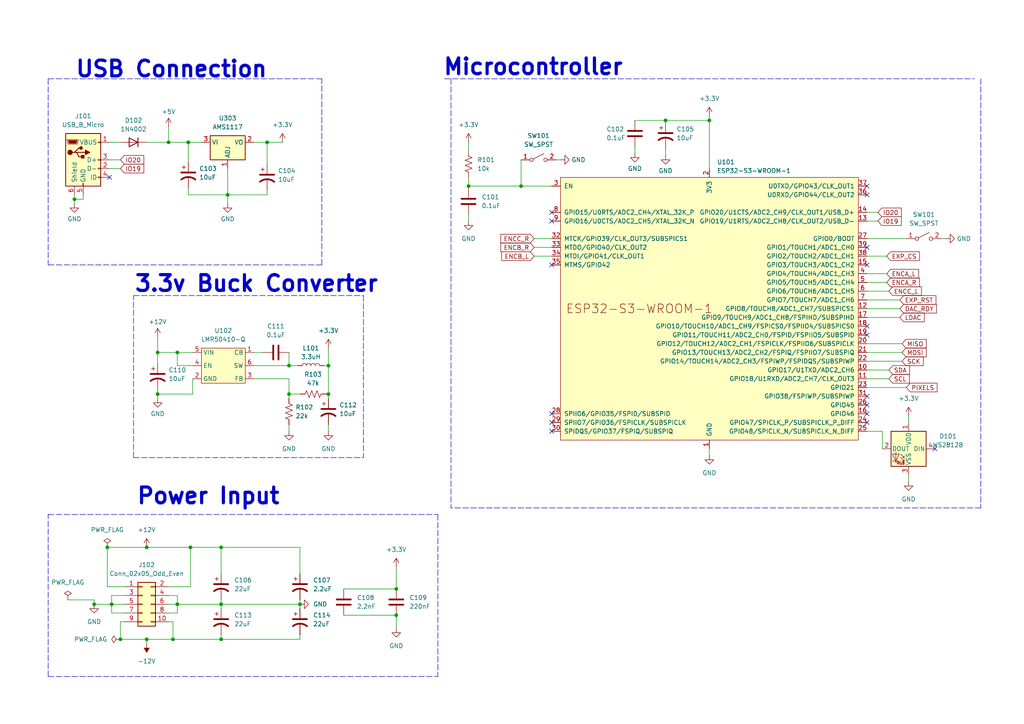
<source format=kicad_sch>
(kicad_sch (version 20230121) (generator eeschema)
  (paper "A4")
  (lib_symbols
    (symbol "Connector:USB_B_Micro" (pin_names (offset 1.016))
      (property "Reference" "J" (at -5.08 11.43 0))
      (property "Value" "USB_B_Micro" (at -5.08 8.89 0))
      (symbol "USB_B_Micro_0_1"
        (rectangle (start -5.08 -7.62) (end 5.08 7.62) (stroke (width 0.254)) (fill (type background)))
        (circle (center -3.81 2.159) (radius 0.635) (stroke (width 0.254)) (fill (type outline)))
        (circle (center -0.635 3.429) (radius 0.381) (stroke (width 0.254)) (fill (type outline)))
        (rectangle (start -0.127 -7.62) (end 0.127 -6.858))
        (polyline (pts (xy -1.905 2.159) (xy 0.635 2.159)) (stroke (width 0.254)))
        (polyline (pts (xy -3.175 2.159) (xy -2.54 2.159) (xy -1.27 3.429) (xy -0.635 3.429)) (stroke (width 0.254)))
        (polyline (pts (xy -2.54 2.159) (xy -1.905 2.159) (xy -1.27 0.889) (xy 0 0.889)) (stroke (width 0.254)))
        (polyline (pts (xy 0.635 2.794) (xy 0.635 1.524) (xy 1.905 2.159) (xy 0.635 2.794)) (stroke (width 0.254)) (fill (type outline)))
        (polyline (pts (xy -4.318 5.588) (xy -1.778 5.588) (xy -2.032 4.826) (xy -4.064 4.826) (xy -4.318 5.588)) (fill (type outline)))
        (polyline (pts (xy -4.699 5.842) (xy -4.699 5.588) (xy -4.445 4.826) (xy -4.445 4.572) (xy -1.651 4.572) (xy -1.651 4.826) (xy -1.397 5.588) (xy -1.397 5.842) (xy -4.699 5.842)))
        (rectangle (start 0.254 1.27) (end -0.508 0.508) (stroke (width 0.254)) (fill (type outline)))
        (rectangle (start 5.08 -5.207) (end 4.318 -4.953))
        (rectangle (start 5.08 -2.667) (end 4.318 -2.413))
        (rectangle (start 5.08 -0.127) (end 4.318 0.127))
        (rectangle (start 5.08 4.953) (end 4.318 5.207))
      )
      (symbol "USB_B_Micro_1_1"
        (pin power_out line (at 7.62 5.08 180) (length 2.54) (name "VBUS") (number "1"))
        (pin bidirectional line (at 7.62 -2.54 180) (length 2.54) (name "D-") (number "2"))
        (pin bidirectional line (at 7.62 0 180) (length 2.54) (name "D+") (number "3"))
        (pin passive line (at 7.62 -5.08 180) (length 2.54) (name "ID") (number "4"))
        (pin power_out line (at 0 -10.16 90) (length 2.54) (name "GND") (number "5"))
        (pin passive line (at -2.54 -10.16 90) (length 2.54) (name "Shield") (number "6"))
      )
    )
    (symbol "Connector_Generic:Conn_02x05_Odd_Even" (pin_names (offset 1.016) hide)
      (property "Reference" "J" (at 1.27 7.62 0))
      (property "Value" "Conn_02x05_Odd_Even" (at 1.27 -7.62 0))
      (symbol "Conn_02x05_Odd_Even_1_1"
        (rectangle (start -1.27 -4.953) (end 0 -5.207) (stroke (width 0.1524)))
        (rectangle (start -1.27 -2.413) (end 0 -2.667) (stroke (width 0.1524)))
        (rectangle (start -1.27 0.127) (end 0 -0.127) (stroke (width 0.1524)))
        (rectangle (start -1.27 2.667) (end 0 2.413) (stroke (width 0.1524)))
        (rectangle (start -1.27 5.207) (end 0 4.953) (stroke (width 0.1524)))
        (rectangle (start -1.27 6.35) (end 3.81 -6.35) (stroke (width 0.254)) (fill (type background)))
        (rectangle (start 3.81 -4.953) (end 2.54 -5.207) (stroke (width 0.1524)))
        (rectangle (start 3.81 -2.413) (end 2.54 -2.667) (stroke (width 0.1524)))
        (rectangle (start 3.81 0.127) (end 2.54 -0.127) (stroke (width 0.1524)))
        (rectangle (start 3.81 2.667) (end 2.54 2.413) (stroke (width 0.1524)))
        (rectangle (start 3.81 5.207) (end 2.54 4.953) (stroke (width 0.1524)))
        (pin passive line (at -5.08 5.08 0) (length 3.81) (name "Pin_1") (number "1"))
        (pin passive line (at 7.62 -5.08 180) (length 3.81) (name "Pin_10") (number "10"))
        (pin passive line (at 7.62 5.08 180) (length 3.81) (name "Pin_2") (number "2"))
        (pin passive line (at -5.08 2.54 0) (length 3.81) (name "Pin_3") (number "3"))
        (pin passive line (at 7.62 2.54 180) (length 3.81) (name "Pin_4") (number "4"))
        (pin passive line (at -5.08 0 0) (length 3.81) (name "Pin_5") (number "5"))
        (pin passive line (at 7.62 0 180) (length 3.81) (name "Pin_6") (number "6"))
        (pin passive line (at -5.08 -2.54 0) (length 3.81) (name "Pin_7") (number "7"))
        (pin passive line (at 7.62 -2.54 180) (length 3.81) (name "Pin_8") (number "8"))
        (pin passive line (at -5.08 -5.08 0) (length 3.81) (name "Pin_9") (number "9"))
      )
    )
    (symbol "Device:C" (pin_numbers hide) (pin_names (offset 0.254))
      (property "Reference" "C" (at 0.635 2.54 0))
      (property "Value" "C" (at 0.635 -2.54 0))
      (symbol "C_0_1"
        (polyline (pts (xy -2.032 -0.762) (xy 2.032 -0.762)) (stroke (width 0.508)))
        (polyline (pts (xy -2.032 0.762) (xy 2.032 0.762)) (stroke (width 0.508)))
      )
      (symbol "C_1_1"
        (pin passive line (at 0 3.81 270) (length 2.794) (name "~") (number "1"))
        (pin passive line (at 0 -3.81 90) (length 2.794) (name "~") (number "2"))
      )
    )
    (symbol "Device:C_Polarized_US" (pin_numbers hide) (pin_names (offset 0.254) hide)
      (property "Reference" "C" (at 0.635 2.54 0))
      (property "Value" "C_Polarized_US" (at 0.635 -2.54 0))
      (symbol "C_Polarized_US_0_1"
        (polyline (pts (xy -2.032 0.762) (xy 2.032 0.762)) (stroke (width 0.508)))
        (polyline (pts (xy -1.778 2.286) (xy -0.762 2.286)))
        (polyline (pts (xy -1.27 1.778) (xy -1.27 2.794)))
        (arc (start 2.032 -1.27) (mid 0 -0.5572) (end -2.032 -1.27) (stroke (width 0.508)))
      )
      (symbol "C_Polarized_US_1_1"
        (pin passive line (at 0 3.81 270) (length 2.794) (name "~") (number "1"))
        (pin passive line (at 0 -3.81 90) (length 3.302) (name "~") (number "2"))
      )
    )
    (symbol "Device:L" (pin_numbers hide) (pin_names (offset 1.016) hide)
      (property "Reference" "L" (at -1.27 0 90))
      (property "Value" "L" (at 1.905 0 90))
      (symbol "L_0_1"
        (arc (start 0 -2.54) (mid 0.6323 -1.905) (end 0 -1.27))
        (arc (start 0 -1.27) (mid 0.6323 -0.635) (end 0 0))
        (arc (start 0 0) (mid 0.6323 0.635) (end 0 1.27))
        (arc (start 0 1.27) (mid 0.6323 1.905) (end 0 2.54))
      )
      (symbol "L_1_1"
        (pin passive line (at 0 3.81 270) (length 1.27) (name "1") (number "1"))
        (pin passive line (at 0 -3.81 90) (length 1.27) (name "2") (number "2"))
      )
    )
    (symbol "Device:R_US" (pin_numbers hide) (pin_names (offset 0))
      (property "Reference" "R" (at 2.54 0 90))
      (property "Value" "R_US" (at -2.54 0 90))
      (symbol "R_US_0_1"
        (polyline (pts (xy 0 -2.286) (xy 0 -2.54)))
        (polyline (pts (xy 0 2.286) (xy 0 2.54)))
        (polyline (pts (xy 0 -0.762) (xy 1.016 -1.143) (xy 0 -1.524) (xy -1.016 -1.905) (xy 0 -2.286)))
        (polyline (pts (xy 0 0.762) (xy 1.016 0.381) (xy 0 0) (xy -1.016 -0.381) (xy 0 -0.762)))
        (polyline (pts (xy 0 2.286) (xy 1.016 1.905) (xy 0 1.524) (xy -1.016 1.143) (xy 0 0.762)))
      )
      (symbol "R_US_1_1"
        (pin passive line (at 0 3.81 270) (length 1.27) (name "~") (number "1"))
        (pin passive line (at 0 -3.81 90) (length 1.27) (name "~") (number "2"))
      )
    )
    (symbol "Diode:1N4002" (pin_numbers hide) (pin_names hide)
      (property "Reference" "D" (at 0 2.54 0))
      (property "Value" "1N4002" (at 0 -2.54 0))
      (symbol "1N4002_0_1"
        (polyline (pts (xy -1.27 1.27) (xy -1.27 -1.27)) (stroke (width 0.254)))
        (polyline (pts (xy 1.27 0) (xy -1.27 0)))
        (polyline (pts (xy 1.27 1.27) (xy 1.27 -1.27) (xy -1.27 0) (xy 1.27 1.27)) (stroke (width 0.254)))
      )
      (symbol "1N4002_1_1"
        (pin passive line (at -3.81 0 0) (length 2.54) (name "K") (number "1"))
        (pin passive line (at 3.81 0 180) (length 2.54) (name "A") (number "2"))
      )
    )
    (symbol "LED:WS2812B" (pin_names (offset 0.254))
      (property "Reference" "D" (at 5.08 5.715 0))
      (property "Value" "WS2812B" (at 1.27 -5.715 0))
      (symbol "WS2812B_0_0"
        (text "RGB" (at 2.286 -4.191 0) (effects (font (size 0.762 0.762))))
      )
      (symbol "WS2812B_0_1"
        (polyline (pts (xy 1.27 -3.556) (xy 1.778 -3.556)))
        (polyline (pts (xy 1.27 -2.54) (xy 1.778 -2.54)))
        (polyline (pts (xy 4.699 -3.556) (xy 2.667 -3.556)))
        (polyline (pts (xy 2.286 -2.54) (xy 1.27 -3.556) (xy 1.27 -3.048)))
        (polyline (pts (xy 2.286 -1.524) (xy 1.27 -2.54) (xy 1.27 -2.032)))
        (polyline (pts (xy 3.683 -1.016) (xy 3.683 -3.556) (xy 3.683 -4.064)))
        (polyline (pts (xy 4.699 -1.524) (xy 2.667 -1.524) (xy 3.683 -3.556) (xy 4.699 -1.524)))
        (rectangle (start 5.08 5.08) (end -5.08 -5.08) (stroke (width 0.254)) (fill (type background)))
      )
      (symbol "WS2812B_1_1"
        (pin power_in line (at 0 7.62 270) (length 2.54) (name "VDD") (number "1"))
        (pin output line (at 7.62 0 180) (length 2.54) (name "DOUT") (number "2"))
        (pin power_in line (at 0 -7.62 90) (length 2.54) (name "VSS") (number "3"))
        (pin input line (at -7.62 0 0) (length 2.54) (name "DIN") (number "4"))
      )
    )
    (symbol "PCM_4ms_Power-symbol:+12V" (power) (pin_names (offset 0))
      (property "Value" "+12V" (at 0 3.556 0))
      (symbol "+12V_0_1"
        (polyline (pts (xy -0.762 1.27) (xy 0 2.54)))
        (polyline (pts (xy 0 0) (xy 0 2.54)))
        (polyline (pts (xy 0 2.54) (xy 0.762 1.27)))
      )
      (symbol "+12V_1_1"
        (pin power_in line (at 0 0 90) (length 0) hide (name "+12V") (number "1"))
      )
    )
    (symbol "PCM_4ms_Power-symbol:PWR_FLAG" (power) (pin_numbers hide) (pin_names (offset 0) hide)
      (property "Value" "PWR_FLAG" (at 0 3.81 0))
      (symbol "PWR_FLAG_0_0"
        (pin power_out line (at 0 0 90) (length 0) (name "pwr") (number "1"))
      )
      (symbol "PWR_FLAG_0_1"
        (polyline (pts (xy 0 0) (xy 0 1.27) (xy -1.016 1.905) (xy 0 2.54) (xy 1.016 1.905) (xy 0 1.27)))
      )
    )
    (symbol "PCM_Espressif:ESP32-S3-WROOM-1" (pin_names (offset 1.016))
      (property "Reference" "U" (at -43.18 43.18 0))
      (property "Value" "ESP32-S3-WROOM-1" (at -43.18 40.64 0))
      (symbol "ESP32-S3-WROOM-1_0_0"
        (text "ESP32-S3-WROOM-1" (at -20.32 0 0) (effects (font (size 2.54 2.54))))
        (pin power_in line (at 0 -40.64 90) (length 2.54) (name "GND") (number "1"))
        (pin bidirectional line (at 45.72 -17.78 180) (length 2.54) (name "GPIO17/U1TXD/ADC2_CH6") (number "10"))
        (pin bidirectional line (at 45.72 -20.32 180) (length 2.54) (name "GPIO18/U1RXD/ADC2_CH7/CLK_OUT3") (number "11"))
        (pin bidirectional line (at 45.72 0 180) (length 2.54) (name "GPIO8/TOUCH8/ADC1_CH7/SUBSPICS1") (number "12"))
        (pin bidirectional line (at 45.72 25.4 180) (length 2.54) (name "GPIO19/U1RTS/ADC2_CH8/CLK_OUT2/USB_D-") (number "13"))
        (pin bidirectional line (at 45.72 27.94 180) (length 2.54) (name "GPIO20/U1CTS/ADC2_CH9/CLK_OUT1/USB_D+") (number "14"))
        (pin bidirectional line (at 45.72 12.7 180) (length 2.54) (name "GPIO3/TOUCH3/ADC1_CH2") (number "15"))
        (pin bidirectional line (at 45.72 -30.48 180) (length 2.54) (name "GPIO46") (number "16"))
        (pin bidirectional line (at 45.72 -2.54 180) (length 2.54) (name "GPIO9/TOUCH9/ADC1_CH8/FSPIHD/SUBSPIHD") (number "17"))
        (pin bidirectional line (at 45.72 -5.08 180) (length 2.54) (name "GPIO10/TOUCH10/ADC1_CH9/FSPICS0/FSPIIO4/SUBSPICS0") (number "18"))
        (pin bidirectional line (at 45.72 -7.62 180) (length 2.54) (name "GPIO11/TOUCH11/ADC2_CH0/FSPID/FSPIIO5/SUBSPID") (number "19"))
        (pin power_in line (at 0 40.64 270) (length 2.54) (name "3V3") (number "2"))
        (pin bidirectional line (at 45.72 -10.16 180) (length 2.54) (name "GPIO12/TOUCH12/ADC2_CH1/FSPICLK/FSPIIO6/SUBSPICLK") (number "20"))
        (pin bidirectional line (at 45.72 -12.7 180) (length 2.54) (name "GPIO13/TOUCH13/ADC2_CH2/FSPIQ/FSPIIO7/SUBSPIQ") (number "21"))
        (pin bidirectional line (at 45.72 -15.24 180) (length 2.54) (name "GPIO14/TOUCH14/ADC2_CH3/FSPIWP/FSPIDQS/SUBSPIWP") (number "22"))
        (pin bidirectional line (at 45.72 -22.86 180) (length 2.54) (name "GPIO21") (number "23"))
        (pin bidirectional line (at 45.72 -33.02 180) (length 2.54) (name "GPIO47/SPICLK_P/SUBSPICLK_P_DIFF") (number "24"))
        (pin bidirectional line (at 45.72 -35.56 180) (length 2.54) (name "GPIO48/SPICLK_N/SUBSPICLK_N_DIFF") (number "25"))
        (pin bidirectional line (at 45.72 -27.94 180) (length 2.54) (name "GPIO45") (number "26"))
        (pin bidirectional line (at 45.72 20.32 180) (length 2.54) (name "GPIO0/BOOT") (number "27"))
        (pin bidirectional line (at -45.72 -30.48 0) (length 2.54) (name "SPIIO6/GPIO35/FSPID/SUBSPID") (number "28"))
        (pin bidirectional line (at -45.72 -33.02 0) (length 2.54) (name "SPIIO7/GPIO36/FSPICLK/SUBSPICLK") (number "29"))
        (pin input line (at -45.72 35.56 0) (length 2.54) (name "EN") (number "3"))
        (pin bidirectional line (at -45.72 -35.56 0) (length 2.54) (name "SPIDQS/GPIO37/FSPIQ/SUBSPIQ") (number "30"))
        (pin bidirectional line (at 45.72 -25.4 180) (length 2.54) (name "GPIO38/FSPIWP/SUBSPIWP") (number "31"))
        (pin bidirectional line (at -45.72 20.32 0) (length 2.54) (name "MTCK/GPIO39/CLK_OUT3/SUBSPICS1") (number "32"))
        (pin bidirectional line (at -45.72 17.78 0) (length 2.54) (name "MTDO/GPIO40/CLK_OUT2") (number "33"))
        (pin bidirectional line (at -45.72 15.24 0) (length 2.54) (name "MTDI/GPIO41/CLK_OUT1") (number "34"))
        (pin bidirectional line (at -45.72 12.7 0) (length 2.54) (name "MTMS/GPIO42") (number "35"))
        (pin bidirectional line (at 45.72 33.02 180) (length 2.54) (name "U0RXD/GPIO44/CLK_OUT2") (number "36"))
        (pin bidirectional line (at 45.72 35.56 180) (length 2.54) (name "U0TXD/GPIO43/CLK_OUT1") (number "37"))
        (pin bidirectional line (at 45.72 15.24 180) (length 2.54) (name "GPIO2/TOUCH2/ADC1_CH1") (number "38"))
        (pin bidirectional line (at 45.72 17.78 180) (length 2.54) (name "GPIO1/TOUCH1/ADC1_CH0") (number "39"))
        (pin bidirectional line (at 45.72 10.16 180) (length 2.54) (name "GPIO4/TOUCH4/ADC1_CH3") (number "4"))
        (pin passive line (at 0 -40.64 90) (length 2.54) hide (name "GND") (number "40"))
        (pin passive line (at 0 -40.64 90) (length 2.54) hide (name "GND") (number "41"))
        (pin bidirectional line (at 45.72 7.62 180) (length 2.54) (name "GPIO5/TOUCH5/ADC1_CH4") (number "5"))
        (pin bidirectional line (at 45.72 5.08 180) (length 2.54) (name "GPIO6/TOUCH6/ADC1_CH5") (number "6"))
        (pin bidirectional line (at 45.72 2.54 180) (length 2.54) (name "GPIO7/TOUCH7/ADC1_CH6") (number "7"))
        (pin bidirectional line (at -45.72 27.94 0) (length 2.54) (name "GPIO15/U0RTS/ADC2_CH4/XTAL_32K_P") (number "8"))
        (pin bidirectional line (at -45.72 25.4 0) (length 2.54) (name "GPIO16/U0CTS/ADC2_CH5/XTAL_32K_N") (number "9"))
      )
      (symbol "ESP32-S3-WROOM-1_0_1"
        (rectangle (start -43.18 38.1) (end 43.18 -38.1) (fill (type background)))
      )
    )
    (symbol "Power_Management:LMR50410-Q1"
      (property "Reference" "U" (at -2.54 -1.27 0))
      (symbol "LMR50410-Q1_1_1"
        (rectangle (start -8.89 3.81) (end 3.81 -6.35) (fill (type background)))
        (pin input line (at 6.35 2.54 180) (length 2.54) (name "CB") (number "1"))
        (pin power_in line (at -11.43 -5.08 0) (length 2.54) (name "GND") (number "2"))
        (pin input line (at 6.35 -5.08 180) (length 2.54) (name "FB") (number "3"))
        (pin input line (at -11.43 -1.27 0) (length 2.54) (name "EN") (number "4"))
        (pin power_in line (at -11.43 2.54 0) (length 2.54) (name "VIN") (number "5"))
        (pin power_out line (at 6.35 -1.27 180) (length 2.54) (name "SW") (number "6"))
      )
    )
    (symbol "Regulator_Linear:AMS1117"
      (property "Reference" "U" (at -3.81 3.175 0))
      (property "Value" "AMS1117" (at 0 3.175 0))
      (symbol "AMS1117_0_1"
        (rectangle (start -5.08 -5.08) (end 5.08 1.905) (stroke (width 0.254)) (fill (type background)))
      )
      (symbol "AMS1117_1_1"
        (pin input line (at 0 -7.62 90) (length 2.54) (name "ADJ") (number "1"))
        (pin power_out line (at 7.62 0 180) (length 2.54) (name "VO") (number "2"))
        (pin power_in line (at -7.62 0 0) (length 2.54) (name "VI") (number "3"))
      )
    )
    (symbol "Switch:SW_SPST" (pin_names (offset 0) hide)
      (property "Reference" "SW" (at 0 3.175 0))
      (property "Value" "SW_SPST" (at 0 -2.54 0))
      (symbol "SW_SPST_0_0"
        (circle (center -2.032 0) (radius 0.508))
        (polyline (pts (xy -1.524 0.254) (xy 1.524 1.778)))
        (circle (center 2.032 0) (radius 0.508))
      )
      (symbol "SW_SPST_1_1"
        (pin passive line (at -5.08 0 0) (length 2.54) (name "A") (number "1"))
        (pin passive line (at 5.08 0 180) (length 2.54) (name "B") (number "2"))
      )
    )
    (symbol "power:+12V" (power) (pin_names (offset 0))
      (property "Value" "+12V" (at 0 3.556 0))
      (symbol "+12V_0_1"
        (polyline (pts (xy -0.762 1.27) (xy 0 2.54)))
        (polyline (pts (xy 0 0) (xy 0 2.54)))
        (polyline (pts (xy 0 2.54) (xy 0.762 1.27)))
      )
      (symbol "+12V_1_1"
        (pin power_in line (at 0 0 90) (length 0) hide (name "+12V") (number "1"))
      )
    )
    (symbol "power:+3.3V" (power) (pin_names (offset 0))
      (property "Value" "+3.3V" (at 0 3.556 0))
      (symbol "+3.3V_0_1"
        (polyline (pts (xy -0.762 1.27) (xy 0 2.54)))
        (polyline (pts (xy 0 0) (xy 0 2.54)))
        (polyline (pts (xy 0 2.54) (xy 0.762 1.27)))
      )
      (symbol "+3.3V_1_1"
        (pin power_in line (at 0 0 90) (length 0) hide (name "+3.3V") (number "1"))
      )
    )
    (symbol "power:+5V" (power) (pin_names (offset 0))
      (property "Value" "+5V" (at 0 3.556 0))
      (symbol "+5V_0_1"
        (polyline (pts (xy -0.762 1.27) (xy 0 2.54)))
        (polyline (pts (xy 0 0) (xy 0 2.54)))
        (polyline (pts (xy 0 2.54) (xy 0.762 1.27)))
      )
      (symbol "+5V_1_1"
        (pin power_in line (at 0 0 90) (length 0) hide (name "+5V") (number "1"))
      )
    )
    (symbol "power:-12V" (power) (pin_names (offset 0))
      (property "Value" "-12V" (at 0 3.81 0))
      (symbol "-12V_0_0"
        (pin power_in line (at 0 0 90) (length 0) hide (name "-12V") (number "1"))
      )
      (symbol "-12V_0_1"
        (polyline (pts (xy 0 0) (xy 0 1.27) (xy 0.762 1.27) (xy 0 2.54) (xy -0.762 1.27) (xy 0 1.27)) (fill (type outline)))
      )
    )
    (symbol "power:GND" (power) (pin_names (offset 0))
      (property "Value" "GND" (at 0 -3.81 0))
      (symbol "GND_0_1"
        (polyline (pts (xy 0 0) (xy 0 -1.27) (xy 1.27 -1.27) (xy 0 -2.54) (xy -1.27 -1.27) (xy 0 -1.27)))
      )
      (symbol "GND_1_1"
        (pin power_in line (at 0 0 270) (length 0) hide (name "GND") (number "1"))
      )
    )
  )
  (junction (at 42.545 185.42))
  (junction (at 77.47 41.275))
  (junction (at 114.935 178.435))
  (junction (at 86.995 175.26))
  (junction (at 54.61 41.275))
  (junction (at 34.925 185.42))
  (junction (at 45.72 114.3))
  (junction (at 64.135 185.42))
  (junction (at 21.59 57.785))
  (junction (at 151.13 53.975))
  (junction (at 51.435 102.235))
  (junction (at 45.72 102.235))
  (junction (at 32.385 175.26))
  (junction (at 193.04 34.925))
  (junction (at 66.04 56.515))
  (junction (at 55.245 158.75))
  (junction (at 205.74 34.925))
  (junction (at 95.25 106.045))
  (junction (at 83.82 114.3))
  (junction (at 64.135 175.26))
  (junction (at 27.305 175.26))
  (junction (at 114.935 170.815))
  (junction (at 31.115 158.75))
  (junction (at 83.82 106.045))
  (junction (at 42.545 158.75))
  (junction (at 51.435 175.26))
  (junction (at 48.895 41.275))
  (junction (at 95.25 114.3))
  (junction (at 64.135 158.75))
  (junction (at 135.89 53.975))
  (junction (at 50.165 185.42))
  (no_connect (at 251.46 56.515))
  (no_connect (at 251.46 120.015))
  (no_connect (at 251.46 71.755))
  (no_connect (at 160.02 61.595))
  (no_connect (at 160.02 125.095))
  (no_connect (at 251.46 117.475))
  (no_connect (at 251.46 53.975))
  (no_connect (at 251.46 114.935))
  (no_connect (at 251.46 94.615))
  (no_connect (at 251.46 76.835))
  (no_connect (at 160.02 120.015))
  (no_connect (at 251.46 97.155))
  (no_connect (at 160.02 76.835))
  (no_connect (at 251.46 122.555))
  (no_connect (at 160.02 122.555))
  (no_connect (at 271.145 130.175))
  (no_connect (at 160.02 64.135))
  (no_connect (at 31.75 51.435))
  (wire (pts (xy 50.165 180.34) (xy 50.165 185.42)))
  (wire (pts (xy 251.46 92.075) (xy 260.985 92.075)))
  (wire (pts (xy 83.82 123.19) (xy 83.82 125.095)))
  (polyline (pts (xy 93.345 76.835) (xy 93.345 22.86)) (stroke (width 0) (type dash)))
  (wire (pts (xy 205.74 34.925) (xy 205.74 48.895)))
  (wire (pts (xy 83.82 109.855) (xy 83.82 114.3)))
  (wire (pts (xy 77.47 41.275) (xy 81.915 41.275)))
  (wire (pts (xy 31.75 41.275) (xy 34.925 41.275)))
  (wire (pts (xy 48.895 41.275) (xy 54.61 41.275)))
  (wire (pts (xy 45.72 113.03) (xy 45.72 114.3)))
  (wire (pts (xy 54.61 41.275) (xy 58.42 41.275)))
  (wire (pts (xy 27.305 175.26) (xy 32.385 175.26)))
  (wire (pts (xy 45.72 102.235) (xy 51.435 102.235)))
  (wire (pts (xy 251.46 104.775) (xy 261.62 104.775)))
  (wire (pts (xy 251.46 64.135) (xy 254.635 64.135)))
  (wire (pts (xy 24.13 56.515) (xy 24.13 57.785)))
  (wire (pts (xy 55.88 114.3) (xy 55.88 109.855)))
  (wire (pts (xy 135.89 41.275) (xy 135.89 43.815)))
  (polyline (pts (xy 38.735 132.715) (xy 105.41 132.715)) (stroke (width 0) (type dash)))
  (wire (pts (xy 64.135 175.26) (xy 64.135 176.53)))
  (wire (pts (xy 31.115 170.18) (xy 31.115 158.75)))
  (wire (pts (xy 48.895 175.26) (xy 51.435 175.26)))
  (wire (pts (xy 99.695 170.815) (xy 114.935 170.815)))
  (wire (pts (xy 83.82 106.045) (xy 83.82 102.235)))
  (wire (pts (xy 32.385 177.8) (xy 32.385 175.26)))
  (polyline (pts (xy 13.97 22.86) (xy 13.97 76.835)) (stroke (width 0) (type dash)))
  (wire (pts (xy 251.46 74.295) (xy 257.175 74.295)))
  (wire (pts (xy 66.04 56.515) (xy 66.04 59.055)))
  (polyline (pts (xy 38.735 85.725) (xy 105.41 85.725)) (stroke (width 0) (type dash)))
  (wire (pts (xy 54.61 56.515) (xy 66.04 56.515)))
  (wire (pts (xy 36.195 177.8) (xy 32.385 177.8)))
  (wire (pts (xy 193.04 34.925) (xy 205.74 34.925)))
  (wire (pts (xy 32.385 175.26) (xy 36.195 175.26)))
  (wire (pts (xy 95.25 123.19) (xy 95.25 125.095)))
  (wire (pts (xy 251.46 109.855) (xy 257.81 109.855)))
  (wire (pts (xy 55.245 158.75) (xy 64.135 158.75)))
  (wire (pts (xy 66.04 48.895) (xy 66.04 56.515)))
  (wire (pts (xy 251.46 84.455) (xy 257.81 84.455)))
  (wire (pts (xy 94.615 114.3) (xy 95.25 114.3)))
  (wire (pts (xy 19.685 173.99) (xy 27.305 173.99)))
  (wire (pts (xy 21.59 57.785) (xy 21.59 59.055)))
  (polyline (pts (xy 284.48 147.32) (xy 130.81 147.32)) (stroke (width 0) (type dash)))
  (wire (pts (xy 251.46 89.535) (xy 260.985 89.535)))
  (wire (pts (xy 31.75 48.895) (xy 34.925 48.895)))
  (wire (pts (xy 135.89 51.435) (xy 135.89 53.975)))
  (wire (pts (xy 135.89 62.23) (xy 135.89 64.135)))
  (wire (pts (xy 64.135 185.42) (xy 50.165 185.42)))
  (wire (pts (xy 114.935 164.465) (xy 114.935 170.815)))
  (wire (pts (xy 45.72 114.3) (xy 55.88 114.3)))
  (wire (pts (xy 205.74 130.175) (xy 205.74 132.08)))
  (wire (pts (xy 86.995 173.99) (xy 86.995 175.26)))
  (wire (pts (xy 83.82 106.045) (xy 86.36 106.045)))
  (wire (pts (xy 255.905 125.095) (xy 255.905 130.175)))
  (wire (pts (xy 77.47 41.275) (xy 77.47 47.625)))
  (polyline (pts (xy 13.97 196.215) (xy 13.97 149.225)) (stroke (width 0) (type dash)))
  (wire (pts (xy 21.59 56.515) (xy 21.59 57.785)))
  (wire (pts (xy 54.61 46.99) (xy 54.61 41.275)))
  (wire (pts (xy 114.935 178.435) (xy 114.935 182.245)))
  (wire (pts (xy 86.995 184.15) (xy 86.995 185.42)))
  (wire (pts (xy 48.895 170.18) (xy 55.245 170.18)))
  (wire (pts (xy 95.25 106.045) (xy 95.25 114.3)))
  (wire (pts (xy 27.305 173.99) (xy 27.305 175.26)))
  (wire (pts (xy 251.46 61.595) (xy 254.635 61.595)))
  (wire (pts (xy 99.695 178.435) (xy 114.935 178.435)))
  (wire (pts (xy 31.75 46.355) (xy 34.925 46.355)))
  (wire (pts (xy 48.895 36.83) (xy 48.895 41.275)))
  (wire (pts (xy 31.115 158.75) (xy 42.545 158.75)))
  (polyline (pts (xy 38.735 132.715) (xy 38.735 85.725)) (stroke (width 0) (type dash)))
  (wire (pts (xy 251.46 81.915) (xy 257.175 81.915)))
  (wire (pts (xy 45.72 114.3) (xy 45.72 115.57)))
  (wire (pts (xy 64.135 158.75) (xy 86.995 158.75)))
  (wire (pts (xy 263.525 120.65) (xy 263.525 122.555)))
  (wire (pts (xy 251.46 107.315) (xy 257.81 107.315)))
  (wire (pts (xy 255.905 125.095) (xy 251.46 125.095)))
  (wire (pts (xy 193.04 34.925) (xy 193.04 35.56)))
  (wire (pts (xy 273.05 69.215) (xy 274.32 69.215)))
  (polyline (pts (xy 13.97 149.225) (xy 127 149.225)) (stroke (width 0) (type dash)))
  (wire (pts (xy 73.66 109.855) (xy 83.82 109.855)))
  (wire (pts (xy 193.04 43.18) (xy 193.04 45.085)))
  (wire (pts (xy 54.61 54.61) (xy 54.61 56.515)))
  (wire (pts (xy 73.66 41.275) (xy 77.47 41.275)))
  (wire (pts (xy 83.82 114.3) (xy 83.82 115.57)))
  (wire (pts (xy 184.15 42.545) (xy 184.15 44.45)))
  (wire (pts (xy 251.46 86.995) (xy 260.985 86.995)))
  (wire (pts (xy 184.15 34.925) (xy 193.04 34.925)))
  (wire (pts (xy 21.59 57.785) (xy 24.13 57.785)))
  (wire (pts (xy 45.72 102.235) (xy 45.72 105.41)))
  (wire (pts (xy 55.88 106.045) (xy 51.435 106.045)))
  (wire (pts (xy 151.13 53.975) (xy 160.02 53.975)))
  (wire (pts (xy 50.165 185.42) (xy 42.545 185.42)))
  (polyline (pts (xy 105.41 85.725) (xy 105.41 132.715)) (stroke (width 0) (type dash)))
  (wire (pts (xy 51.435 177.8) (xy 48.895 177.8)))
  (wire (pts (xy 51.435 172.72) (xy 51.435 175.26)))
  (wire (pts (xy 36.195 172.72) (xy 32.385 172.72)))
  (wire (pts (xy 51.435 102.235) (xy 55.88 102.235)))
  (wire (pts (xy 42.545 185.42) (xy 34.925 185.42)))
  (wire (pts (xy 263.525 137.795) (xy 263.525 139.7)))
  (wire (pts (xy 251.46 112.395) (xy 262.89 112.395)))
  (wire (pts (xy 251.46 79.375) (xy 257.175 79.375)))
  (wire (pts (xy 95.25 114.3) (xy 95.25 115.57)))
  (wire (pts (xy 42.545 186.69) (xy 42.545 185.42)))
  (wire (pts (xy 64.135 175.26) (xy 86.995 175.26)))
  (wire (pts (xy 34.925 185.42) (xy 34.925 180.34)))
  (wire (pts (xy 154.94 69.215) (xy 160.02 69.215)))
  (wire (pts (xy 86.995 158.75) (xy 86.995 166.37)))
  (polyline (pts (xy 128.905 22.86) (xy 282.575 22.86)) (stroke (width 0) (type dash)))
  (wire (pts (xy 42.545 158.75) (xy 55.245 158.75)))
  (polyline (pts (xy 13.97 196.215) (xy 127 196.215)) (stroke (width 0) (type dash)))
  (polyline (pts (xy 127 149.225) (xy 127 196.215)) (stroke (width 0) (type dash)))
  (polyline (pts (xy 284.48 22.86) (xy 284.48 147.32)) (stroke (width 0) (type dash)))
  (wire (pts (xy 86.995 185.42) (xy 64.135 185.42)))
  (wire (pts (xy 251.46 102.235) (xy 261.62 102.235)))
  (wire (pts (xy 64.135 158.75) (xy 64.135 166.37)))
  (wire (pts (xy 42.545 41.275) (xy 48.895 41.275)))
  (wire (pts (xy 73.66 106.045) (xy 83.82 106.045)))
  (wire (pts (xy 55.245 170.18) (xy 55.245 158.75)))
  (wire (pts (xy 32.385 172.72) (xy 32.385 175.26)))
  (wire (pts (xy 135.89 53.975) (xy 151.13 53.975)))
  (wire (pts (xy 48.895 172.72) (xy 51.435 172.72)))
  (wire (pts (xy 251.46 69.215) (xy 262.89 69.215)))
  (polyline (pts (xy 13.97 22.86) (xy 93.345 22.86)) (stroke (width 0) (type dash)))
  (wire (pts (xy 154.94 74.295) (xy 160.02 74.295)))
  (polyline (pts (xy 13.97 76.835) (xy 93.345 76.835)) (stroke (width 0) (type dash)))
  (wire (pts (xy 64.135 184.15) (xy 64.135 185.42)))
  (wire (pts (xy 45.72 97.79) (xy 45.72 102.235)))
  (wire (pts (xy 93.98 106.045) (xy 95.25 106.045)))
  (wire (pts (xy 51.435 106.045) (xy 51.435 102.235)))
  (wire (pts (xy 86.995 175.26) (xy 86.995 176.53)))
  (wire (pts (xy 135.89 53.975) (xy 135.89 54.61)))
  (wire (pts (xy 86.995 114.3) (xy 83.82 114.3)))
  (wire (pts (xy 77.47 56.515) (xy 77.47 55.245)))
  (wire (pts (xy 73.66 102.235) (xy 76.2 102.235)))
  (wire (pts (xy 95.25 100.965) (xy 95.25 106.045)))
  (wire (pts (xy 205.74 33.655) (xy 205.74 34.925)))
  (wire (pts (xy 154.94 71.755) (xy 160.02 71.755)))
  (wire (pts (xy 251.46 99.695) (xy 261.62 99.695)))
  (wire (pts (xy 34.925 180.34) (xy 36.195 180.34)))
  (wire (pts (xy 48.895 180.34) (xy 50.165 180.34)))
  (wire (pts (xy 51.435 175.26) (xy 51.435 177.8)))
  (wire (pts (xy 51.435 175.26) (xy 64.135 175.26)))
  (wire (pts (xy 36.195 170.18) (xy 31.115 170.18)))
  (wire (pts (xy 161.29 46.355) (xy 162.56 46.355)))
  (polyline (pts (xy 130.81 22.86) (xy 130.81 147.32)) (stroke (width 0) (type dash)))
  (wire (pts (xy 66.04 56.515) (xy 77.47 56.515)))
  (wire (pts (xy 151.13 46.355) (xy 151.13 53.975)))
  (wire (pts (xy 64.135 173.99) (xy 64.135 175.26)))
  (text "Power Input" (at 39.37 146.685 0) (effects (font (size 4.572 4.572) (thickness 0.9144) bold) (justify left bottom)))
  (text "3.3v Buck Converter" (at 38.735 85.09 0) (effects (font (size 4.572 4.572) (thickness 0.9144) bold) (justify left bottom)))
  (text "Microcontroller" (at 128.27 22.225 0) (effects (font (size 4.572 4.572) (thickness 0.9144) bold) (justify left bottom)))
  (text "USB Connection" (at 21.59 22.86 0) (effects (font (size 4.572 4.572) (thickness 0.9144) bold) (justify left bottom)))
  (global_label "ENCA_L" (shape input) (at 257.175 79.375 0) (property "Intersheetrefs" "${INTERSHEET_REFS}" (effects hide)))
  (global_label "SDA" (shape input) (at 257.81 107.315 0) (property "Intersheetrefs" "${INTERSHEET_REFS}" (effects hide)))
  (global_label "LDAC" (shape input) (at 260.985 92.075 0) (property "Intersheetrefs" "${INTERSHEET_REFS}" (effects hide)))
  (global_label "ENCC_L" (shape input) (at 257.81 84.455 0) (property "Intersheetrefs" "${INTERSHEET_REFS}" (effects hide)))
  (global_label "IO20" (shape input) (at 254.635 61.595 0) (property "Intersheetrefs" "${INTERSHEET_REFS}" (effects hide)))
  (global_label "SCL" (shape input) (at 257.81 109.855 0) (property "Intersheetrefs" "${INTERSHEET_REFS}" (effects hide)))
  (global_label "ENCB_R" (shape input) (at 154.94 71.755 180) (property "Intersheetrefs" "${INTERSHEET_REFS}" (effects hide)))
  (global_label "IO19" (shape input) (at 34.925 48.895 0) (property "Intersheetrefs" "${INTERSHEET_REFS}" (effects hide)))
  (global_label "IO19" (shape input) (at 254.635 64.135 0) (property "Intersheetrefs" "${INTERSHEET_REFS}" (effects hide)))
  (global_label "EXP_CS" (shape input) (at 257.175 74.295 0) (property "Intersheetrefs" "${INTERSHEET_REFS}" (effects hide)))
  (global_label "EXP_RST" (shape input) (at 260.985 86.995 0) (property "Intersheetrefs" "${INTERSHEET_REFS}" (effects hide)))
  (global_label "IO20" (shape input) (at 34.925 46.355 0) (property "Intersheetrefs" "${INTERSHEET_REFS}" (effects hide)))
  (global_label "MISO" (shape input) (at 261.62 99.695 0) (property "Intersheetrefs" "${INTERSHEET_REFS}" (effects hide)))
  (global_label "ENCA_R" (shape input) (at 257.175 81.915 0) (property "Intersheetrefs" "${INTERSHEET_REFS}" (effects hide)))
  (global_label "DAC_RDY" (shape input) (at 260.985 89.535 0) (property "Intersheetrefs" "${INTERSHEET_REFS}" (effects hide)))
  (global_label "ENCB_L" (shape input) (at 154.94 74.295 180) (property "Intersheetrefs" "${INTERSHEET_REFS}" (effects hide)))
  (global_label "MOSI" (shape input) (at 261.62 102.235 0) (property "Intersheetrefs" "${INTERSHEET_REFS}" (effects hide)))
  (global_label "ENCC_R" (shape input) (at 154.94 69.215 180) (property "Intersheetrefs" "${INTERSHEET_REFS}" (effects hide)))
  (global_label "SCK" (shape input) (at 261.62 104.775 0) (property "Intersheetrefs" "${INTERSHEET_REFS}" (effects hide)))
  (global_label "PIXELS" (shape input) (at 262.89 112.395 0) (property "Intersheetrefs" "${INTERSHEET_REFS}" (effects hide)))
  (symbol (lib_id "Device:C_Polarized_US") (at 77.47 51.435 0) (unit 1)
    (property "Reference" "C104" (at 80.645 49.53 0) (effects (justify left)))
    (property "Value" "10uF" (at 80.645 52.07 0) (effects (justify left)))
    (property "Footprint" "Capacitor_THT:CP_Radial_D5.0mm_P2.50mm" (effects hide))
    (instances (project "Ultra64_mk2" (path "" (reference "C104") (unit 1)) (path "" (reference "C304") (unit 1))) (project "Quadriscope" (path "" (reference "C116") (unit 1))))
  )
  (symbol (lib_id "Device:C_Polarized_US") (at 193.04 39.37 0) (unit 1)
    (property "Reference" "C105" (at 196.215 37.465 0) (effects (justify left)))
    (property "Value" "10uF" (at 196.215 40.005 0) (effects (justify left)))
    (property "Footprint" "Capacitor_THT:CP_Radial_D5.0mm_P2.50mm" (effects hide))
    (instances (project "Ultra64_mk2" (path "" (reference "C105") (unit 1)) (path "" (reference "C305") (unit 1))) (project "Quadriscope" (path "" (reference "C116") (unit 1))))
  )
  (symbol (lib_id "Device:R_US") (at 90.805 114.3 90) (unit 1)
    (property "Reference" "R103" (at 90.805 108.585 90))
    (property "Value" "47k" (at 90.805 111.125 90))
    (property "Footprint" "PCM_Resistor_THT_AKL:R_Axial_DIN0207_L6.3mm_D2.5mm_P7.62mm_Horizontal" (effects hide))
    (instances (project "Ultra64_mk2" (path "" (reference "R103") (unit 1)) (path "" (reference "R303") (unit 1))) (project "Quadriscope" (path "" (reference "R119") (unit 1))))
  )
  (symbol (lib_id "power:+3.3V") (at 81.915 41.275 0) (unit 1)
    (property "Reference" "#PWR0112" (effects hide))
    (property "Value" "+3.3V" (at 81.915 36.195 0))
    (instances (project "Ultra64_mk2" (path "" (reference "#PWR0112") (unit 1)) (path "" (reference "#PWR0308") (unit 1))) (project "Quadriscope" (path "" (reference "#PWR0161") (unit 1))))
  )
  (symbol (lib_id "power:GND") (at 162.56 46.355 90) (unit 1)
    (property "Reference" "#PWR0108" (effects hide))
    (property "Value" "GND" (at 165.735 46.355 90) (effects (justify right)))
    (instances (project "Ultra64_mk2" (path "" (reference "#PWR0108") (unit 1)) (path "" (reference "#PWR0343") (unit 1))) (project "Quadriscope" (path "" (reference "#PWR0165") (unit 1))))
  )
  (symbol (lib_id "power:GND") (at 114.935 182.245 0) (unit 1)
    (property "Reference" "#PWR0119" (effects hide))
    (property "Value" "GND" (at 114.935 187.325 0))
    (instances (project "Ultra64_mk2" (path "" (reference "#PWR0119") (unit 1)) (path "" (reference "#PWR0319") (unit 1))) (project "Quadriscope" (path "" (reference "#PWR0144") (unit 1))))
  )
  (symbol (lib_id "Device:C_Polarized_US") (at 86.995 170.18 0) (unit 1)
    (property "Reference" "C107" (at 90.805 168.275 0) (effects (justify left)))
    (property "Value" "2.2uF" (at 90.805 170.815 0) (effects (justify left)))
    (property "Footprint" "Capacitor_THT:CP_Radial_D5.0mm_P2.50mm" (effects hide))
    (instances (project "Ultra64_mk2" (path "" (reference "C107") (unit 1)) (path "" (reference "C308") (unit 1))) (project "Quadriscope" (path "" (reference "C108") (unit 1))))
  )
  (symbol (lib_id "Power_Management:LMR50410-Q1") (at 67.31 104.775 0) (unit 1)
    (property "Reference" "U102" (at 64.77 95.885 0))
    (property "Value" "LMR50410-Q" (at 64.77 98.425 0))
    (property "Footprint" "PCM_Package_TO_SOT_SMD_AKL:SOT-23-6_BigPads" (effects hide))
    (instances (project "Ultra64_mk2" (path "" (reference "U102") (unit 1)) (path "" (reference "U302") (unit 1))) (project "Quadriscope" (path "" (reference "U103") (unit 1))))
  )
  (symbol (lib_id "Device:C_Polarized_US") (at 64.135 180.34 0) (unit 1)
    (property "Reference" "C113" (at 67.945 178.435 0) (effects (justify left)))
    (property "Value" "22uF" (at 67.945 180.975 0) (effects (justify left)))
    (property "Footprint" "Capacitor_THT:CP_Radial_D5.0mm_P2.50mm" (effects hide))
    (instances (project "Ultra64_mk2" (path "" (reference "C113") (unit 1)) (path "" (reference "C307") (unit 1))) (project "Quadriscope" (path "" (reference "C104") (unit 1))))
  )
  (symbol (lib_id "power:GND") (at 95.25 125.095 0) (unit 1)
    (property "Reference" "#PWR0124" (effects hide))
    (property "Value" "GND" (at 95.25 130.175 0))
    (instances (project "Ultra64_mk2" (path "" (reference "#PWR0124") (unit 1)) (path "" (reference "#PWR0324") (unit 1))) (project "Quadriscope" (path "" (reference "#PWR0130") (unit 1))))
  )
  (symbol (lib_id "Connector_Generic:Conn_02x05_Odd_Even") (at 41.275 175.26 0) (unit 1)
    (property "Reference" "J102" (at 42.545 163.83 0))
    (property "Value" "Conn_02x05_Odd_Even" (at 42.545 166.37 0))
    (property "Footprint" "Connector_PinHeader_2.54mm:PinHeader_2x05_P2.54mm_Vertical" (effects hide))
    (instances (project "Ultra64_mk2" (path "" (reference "J102") (unit 1)) (path "" (reference "J302") (unit 1))) (project "Quadriscope" (path "" (reference "J109") (unit 1))))
  )
  (symbol (lib_id "power:GND") (at 184.15 44.45 0) (unit 1)
    (property "Reference" "#PWR0103" (effects hide))
    (property "Value" "GND" (at 184.15 48.895 0))
    (instances (project "Ultra64_mk2" (path "" (reference "#PWR0103") (unit 1)) (path "" (reference "#PWR0306") (unit 1))) (project "Quadriscope" (path "" (reference "#PWR0162") (unit 1))))
  )
  (symbol (lib_id "Device:C") (at 80.01 102.235 90) (unit 1)
    (property "Reference" "C111" (at 80.01 94.615 90))
    (property "Value" "0.1uF" (at 80.01 97.155 90))
    (property "Footprint" "Capacitor_THT:C_Disc_D4.7mm_W2.5mm_P5.00mm" (effects hide))
    (instances (project "Ultra64_mk2" (path "" (reference "C111") (unit 1)) (path "" (reference "C313") (unit 1))) (project "Quadriscope" (path "" (reference "C111") (unit 1))))
  )
  (symbol (lib_id "PCM_4ms_Power-symbol:PWR_FLAG") (at 34.925 185.42 90) (unit 1)
    (property "Reference" "#FLG0103" (effects hide))
    (property "Value" "PWR_FLAG" (at 31.115 185.42 90) (effects (justify left)))
    (instances (project "Ultra64_mk2" (path "" (reference "#FLG0103") (unit 1)) (path "" (reference "#FLG0303") (unit 1))) (project "Quadriscope" (path "" (reference "#FLG0103") (unit 1))))
  )
  (symbol (lib_id "PCM_4ms_Power-symbol:+12V") (at 42.545 158.75 0) (unit 1)
    (property "Reference" "#PWR0115" (effects hide))
    (property "Value" "+12V" (at 42.545 153.67 0))
    (instances (project "Ultra64_mk2" (path "" (reference "#PWR0115") (unit 1)) (path "" (reference "#PWR0312") (unit 1))) (project "Quadriscope" (path "" (reference "#PWR0121") (unit 1))))
  )
  (symbol (lib_id "power:GND") (at 27.305 175.26 0) (unit 1)
    (property "Reference" "#PWR0114" (effects hide))
    (property "Value" "GND" (at 27.305 180.34 0))
    (instances (project "Ultra64_mk2" (path "" (reference "#PWR0114") (unit 1)) (path "" (reference "#PWR0311") (unit 1))) (project "Quadriscope" (path "" (reference "#PWR0118") (unit 1))))
  )
  (symbol (lib_id "Device:C") (at 184.15 38.735 0) (unit 1)
    (property "Reference" "C102" (at 175.895 37.465 0) (effects (justify left)))
    (property "Value" "0.1uF" (at 175.895 40.005 0) (effects (justify left)))
    (property "Footprint" "Capacitor_THT:C_Disc_D4.7mm_W2.5mm_P5.00mm" (effects hide))
    (instances (project "Ultra64_mk2" (path "" (reference "C102") (unit 1)) (path "" (reference "C303") (unit 1))) (project "Quadriscope" (path "" (reference "C118") (unit 1))))
  )
  (symbol (lib_id "Device:C_Polarized_US") (at 54.61 50.8 0) (unit 1)
    (property "Reference" "C103" (at 57.785 48.895 0) (effects (justify left)))
    (property "Value" "10uF" (at 57.785 51.435 0) (effects (justify left)))
    (property "Footprint" "Capacitor_THT:CP_Radial_D5.0mm_P2.50mm" (effects hide))
    (instances (project "Ultra64_mk2" (path "" (reference "C103") (unit 1)) (path "" (reference "C302") (unit 1))) (project "Quadriscope" (path "" (reference "C115") (unit 1))))
  )
  (symbol (lib_id "power:GND") (at 66.04 59.055 0) (unit 1)
    (property "Reference" "#PWR0111" (effects hide))
    (property "Value" "GND" (at 66.04 63.5 0))
    (instances (project "Ultra64_mk2" (path "" (reference "#PWR0111") (unit 1)) (path "" (reference "#PWR0305") (unit 1))) (project "Quadriscope" (path "" (reference "#PWR0158") (unit 1))))
  )
  (symbol (lib_id "power:GND") (at 274.32 69.215 90) (unit 1)
    (property "Reference" "#PWR0108" (effects hide))
    (property "Value" "GND" (at 277.495 69.215 90) (effects (justify right)))
    (instances (project "Ultra64_mk2" (path "" (reference "#PWR0108") (unit 1)) (path "" (reference "#PWR0316") (unit 1))) (project "Quadriscope" (path "" (reference "#PWR0165") (unit 1))))
  )
  (symbol (lib_id "power:GND") (at 193.04 45.085 0) (unit 1)
    (property "Reference" "#PWR0113" (effects hide))
    (property "Value" "GND" (at 193.04 49.53 0))
    (instances (project "Ultra64_mk2" (path "" (reference "#PWR0113") (unit 1)) (path "" (reference "#PWR0307") (unit 1))) (project "Quadriscope" (path "" (reference "#PWR0162") (unit 1))))
  )
  (symbol (lib_id "Diode:1N4002") (at 38.735 41.275 180) (unit 1)
    (property "Reference" "D102" (at 38.735 34.925 0))
    (property "Value" "1N4002" (at 38.735 37.465 0))
    (property "Footprint" "Diode_THT:D_DO-41_SOD81_P10.16mm_Horizontal" (effects hide))
    (property "Datasheet" "http://www.vishay.com/docs/88503/1n4001.pdf" (effects hide))
    (property "Sim.Device" "D" (effects hide))
    (property "Sim.Pins" "1=K 2=A" (effects hide))
    (instances (project "Ultra64_mk2" (path "" (reference "D102") (unit 1)) (path "" (reference "D301") (unit 1))) (project "Quadriscope" (path "" (reference "D106") (unit 1))))
  )
  (symbol (lib_id "power:+3.3V") (at 263.525 120.65 0) (mirror y) (unit 1)
    (property "Reference" "#PWR0106" (effects hide))
    (property "Value" "+3.3V" (at 263.525 115.57 0))
    (instances (project "Ultra64_mk2" (path "" (reference "#PWR0106") (unit 1)) (path "" (reference "#PWR0314") (unit 1))) (project "Quadriscope" (path "" (reference "#PWR0166") (unit 1))))
  )
  (symbol (lib_id "power:GND") (at 21.59 59.055 0) (unit 1)
    (property "Reference" "#PWR0109" (effects hide))
    (property "Value" "GND" (at 21.59 63.5 0))
    (instances (project "Ultra64_mk2" (path "" (reference "#PWR0109") (unit 1)) (path "" (reference "#PWR0301") (unit 1))) (project "Quadriscope" (path "" (reference "#PWR0127") (unit 1))))
  )
  (symbol (lib_id "power:GND") (at 205.74 132.08 0) (unit 1)
    (property "Reference" "#PWR0105" (effects hide))
    (property "Value" "GND" (at 205.74 137.16 0))
    (instances (project "Ultra64_mk2" (path "" (reference "#PWR0105") (unit 1)) (path "" (reference "#PWR0310") (unit 1))) (project "Quadriscope" (path "" (reference "#PWR0109") (unit 1))))
  )
  (symbol (lib_id "power:GND") (at 45.72 115.57 0) (unit 1)
    (property "Reference" "#PWR0121" (effects hide))
    (property "Value" "GND" (at 45.72 120.015 0))
    (instances (project "Ultra64_mk2" (path "" (reference "#PWR0121") (unit 1)) (path "" (reference "#PWR0321") (unit 1))) (project "Quadriscope" (path "" (reference "#PWR0115") (unit 1))))
  )
  (symbol (lib_id "power:GND") (at 83.82 125.095 0) (unit 1)
    (property "Reference" "#PWR0122" (effects hide))
    (property "Value" "GND" (at 83.82 130.175 0))
    (instances (project "Ultra64_mk2" (path "" (reference "#PWR0122") (unit 1)) (path "" (reference "#PWR0322") (unit 1))) (project "Quadriscope" (path "" (reference "#PWR0116") (unit 1))))
  )
  (symbol (lib_id "power:GND") (at 86.995 175.26 90) (unit 1)
    (property "Reference" "#PWR0114" (effects hide))
    (property "Value" "GND" (at 90.805 175.26 90) (effects (justify right)))
    (instances (project "Ultra64_mk2" (path "" (reference "#PWR0114") (unit 1)) (path "" (reference "#PWR0317") (unit 1))) (project "Quadriscope" (path "" (reference "#PWR0118") (unit 1))))
  )
  (symbol (lib_id "LED:WS2812B") (at 263.525 130.175 0) (mirror y) (unit 1)
    (property "Reference" "D101" (at 274.955 126.5271 0))
    (property "Value" "WS2812B" (at 274.955 129.0671 0))
    (property "Footprint" "LED_SMD:LED_SK6812_PLCC4_5.0x5.0mm_P3.2mm" (effects hide))
    (property "Datasheet" "https://cdn-shop.adafruit.com/datasheets/WS2812B.pdf" (effects hide))
    (instances (project "Ultra64_mk2" (path "" (reference "D101") (unit 1)) (path "" (reference "D302") (unit 1))) (project "Quadriscope" (path "" (reference "D105") (unit 1))))
  )
  (symbol (lib_id "power:+5V") (at 48.895 36.83 0) (unit 1)
    (property "Reference" "#PWR0110" (effects hide))
    (property "Value" "+5V" (at 48.895 32.385 0))
    (instances (project "Ultra64_mk2" (path "" (reference "#PWR0110") (unit 1)) (path "" (reference "#PWR0304") (unit 1))) (project "Quadriscope" (path "" (reference "#PWR0159") (unit 1))))
  )
  (symbol (lib_id "Device:C") (at 135.89 58.42 0) (unit 1)
    (property "Reference" "C101" (at 139.7 57.15 0) (effects (justify left)))
    (property "Value" "0.1uF" (at 139.7 59.69 0) (effects (justify left)))
    (property "Footprint" "Capacitor_THT:C_Disc_D4.7mm_W2.5mm_P5.00mm" (effects hide))
    (instances (project "Ultra64_mk2" (path "" (reference "C101") (unit 1)) (path "" (reference "C301") (unit 1))) (project "Quadriscope" (path "" (reference "C119") (unit 1))))
  )
  (symbol (lib_id "power:GND") (at 135.89 64.135 0) (unit 1)
    (property "Reference" "#PWR0102" (effects hide))
    (property "Value" "GND" (at 135.89 69.215 0))
    (instances (project "Ultra64_mk2" (path "" (reference "#PWR0102") (unit 1)) (path "" (reference "#PWR0303") (unit 1))) (project "Quadriscope" (path "" (reference "#PWR0163") (unit 1))))
  )
  (symbol (lib_id "Connector:USB_B_Micro") (at 24.13 46.355 0) (unit 1)
    (property "Reference" "J101" (at 24.13 33.655 0))
    (property "Value" "USB_B_Micro" (at 24.13 36.195 0))
    (property "Footprint" "Connector_USB:USB_Micro-B_Amphenol_10118193-0001LF_Horizontal" (effects hide))
    (instances (project "Ultra64_mk2" (path "" (reference "J101") (unit 1)) (path "" (reference "J301") (unit 1))) (project "Quadriscope" (path "" (reference "J110") (unit 1))))
  )
  (symbol (lib_id "PCM_4ms_Power-symbol:PWR_FLAG") (at 19.685 173.99 0) (unit 1)
    (property "Reference" "#FLG0101" (effects hide))
    (property "Value" "PWR_FLAG" (at 19.685 168.91 0))
    (instances (project "Ultra64_mk2" (path "" (reference "#FLG0101") (unit 1)) (path "" (reference "#FLG0301") (unit 1))) (project "Quadriscope" (path "" (reference "#FLG0102") (unit 1))))
  )
  (symbol (lib_id "Device:R_US") (at 83.82 119.38 0) (unit 1)
    (property "Reference" "R102" (at 85.725 118.11 0) (effects (justify left)))
    (property "Value" "22k" (at 85.725 120.65 0) (effects (justify left)))
    (property "Footprint" "PCM_Resistor_THT_AKL:R_Axial_DIN0207_L6.3mm_D2.5mm_P7.62mm_Horizontal" (effects hide))
    (instances (project "Ultra64_mk2" (path "" (reference "R102") (unit 1)) (path "" (reference "R302") (unit 1))) (project "Quadriscope" (path "" (reference "R120") (unit 1))))
  )
  (symbol (lib_id "Device:L") (at 90.17 106.045 90) (unit 1)
    (property "Reference" "L101" (at 90.17 100.965 90))
    (property "Value" "3.3uH" (at 90.17 103.505 90))
    (property "Footprint" "Inductor_SMD:L_Bourns_SRP5030T" (effects hide))
    (instances (project "Ultra64_mk2" (path "" (reference "L101") (unit 1)) (path "" (reference "L301") (unit 1))) (project "Quadriscope" (path "" (reference "L101") (unit 1))))
  )
  (symbol (lib_id "Device:R_US") (at 135.89 47.625 0) (unit 1)
    (property "Reference" "R101" (at 138.43 46.355 0) (effects (justify left)))
    (property "Value" "10k" (at 138.43 48.895 0) (effects (justify left)))
    (property "Footprint" "PCM_Resistor_THT_AKL:R_Axial_DIN0207_L6.3mm_D2.5mm_P7.62mm_Horizontal" (effects hide))
    (instances (project "Ultra64_mk2" (path "" (reference "R101") (unit 1)) (path "" (reference "R301") (unit 1))) (project "Quadriscope" (path "" (reference "R123") (unit 1))))
  )
  (symbol (lib_id "Device:C") (at 114.935 174.625 0) (unit 1)
    (property "Reference" "C109" (at 118.745 173.355 0) (effects (justify left)))
    (property "Value" "220nF" (at 118.745 175.895 0) (effects (justify left)))
    (property "Footprint" "Capacitor_THT:C_Disc_D4.7mm_W2.5mm_P5.00mm" (effects hide))
    (instances (project "Ultra64_mk2" (path "" (reference "C109") (unit 1)) (path "" (reference "C311") (unit 1))) (project "Quadriscope" (path "" (reference "C114") (unit 1))))
  )
  (symbol (lib_id "PCM_4ms_Power-symbol:PWR_FLAG") (at 31.115 158.75 0) (unit 1)
    (property "Reference" "#FLG0102" (effects hide))
    (property "Value" "PWR_FLAG" (at 31.115 153.67 0))
    (instances (project "Ultra64_mk2" (path "" (reference "#FLG0102") (unit 1)) (path "" (reference "#FLG0302") (unit 1))) (project "Quadriscope" (path "" (reference "#FLG0101") (unit 1))))
  )
  (symbol (lib_id "Switch:SW_SPST") (at 156.21 46.355 0) (unit 1)
    (property "Reference" "SW101" (at 156.21 39.37 0))
    (property "Value" "SW_SPST" (at 156.21 41.91 0))
    (property "Footprint" "Button_Switch_SMD:SW_SPST_B3U-1000P" (effects hide))
    (instances (project "Ultra64_mk2" (path "" (reference "SW101") (unit 1)) (path "" (reference "SW302") (unit 1))) (project "Quadriscope" (path "" (reference "SW107") (unit 1))))
  )
  (symbol (lib_id "power:+3.3V") (at 135.89 41.275 0) (unit 1)
    (property "Reference" "#PWR0101" (effects hide))
    (property "Value" "+3.3V" (at 135.89 36.195 0))
    (instances (project "Ultra64_mk2" (path "" (reference "#PWR0101") (unit 1)) (path "" (reference "#PWR0302") (unit 1))) (project "Quadriscope" (path "" (reference "#PWR0164") (unit 1))))
  )
  (symbol (lib_id "power:+3.3V") (at 205.74 33.655 0) (unit 1)
    (property "Reference" "#PWR0104" (effects hide))
    (property "Value" "+3.3V" (at 205.74 28.575 0))
    (instances (project "Ultra64_mk2" (path "" (reference "#PWR0104") (unit 1)) (path "" (reference "#PWR0309") (unit 1))) (project "Quadriscope" (path "" (reference "#PWR0160") (unit 1))))
  )
  (symbol (lib_id "power:GND") (at 263.525 139.7 0) (mirror y) (unit 1)
    (property "Reference" "#PWR0107" (effects hide))
    (property "Value" "GND" (at 263.525 144.78 0))
    (instances (project "Ultra64_mk2" (path "" (reference "#PWR0107") (unit 1)) (path "" (reference "#PWR0315") (unit 1))) (project "Quadriscope" (path "" (reference "#PWR0167") (unit 1))))
  )
  (symbol (lib_id "power:+3.3V") (at 95.25 100.965 0) (unit 1)
    (property "Reference" "#PWR0123" (effects hide))
    (property "Value" "+3.3V" (at 95.25 95.885 0))
    (instances (project "Ultra64_mk2" (path "" (reference "#PWR0123") (unit 1)) (path "" (reference "#PWR0323") (unit 1))) (project "Quadriscope" (path "" (reference "#PWR0143") (unit 1))))
  )
  (symbol (lib_id "PCM_Espressif:ESP32-S3-WROOM-1") (at 205.74 89.535 0) (unit 1)
    (property "Reference" "U101" (at 207.9341 46.99 0) (effects (justify left)))
    (property "Value" "ESP32-S3-WROOM-1" (at 207.9341 49.53 0) (effects (justify left)))
    (property "Footprint" "Espressif:ESP32-S3-WROOM-1" (effects hide))
    (property "Datasheet" "https://www.espressif.com/sites/default/files/documentation/esp32-s3-wroom-1_wroom-1u_datasheet_en.pdf" (effects hide))
    (instances (project "Ultra64_mk2" (path "" (reference "U101") (unit 1)) (path "" (reference "U301") (unit 1))) (project "Quadriscope" (path "" (reference "U101") (unit 1))))
  )
  (symbol (lib_id "Device:C") (at 99.695 174.625 0) (unit 1)
    (property "Reference" "C108" (at 103.505 173.355 0) (effects (justify left)))
    (property "Value" "2.2nF" (at 103.505 175.895 0) (effects (justify left)))
    (property "Footprint" "Capacitor_THT:C_Disc_D4.7mm_W2.5mm_P5.00mm" (effects hide))
    (instances (project "Ultra64_mk2" (path "" (reference "C108") (unit 1)) (path "" (reference "C310") (unit 1))) (project "Quadriscope" (path "" (reference "C113") (unit 1))))
  )
  (symbol (lib_id "Device:C_Polarized_US") (at 86.995 180.34 0) (unit 1)
    (property "Reference" "C114" (at 90.805 178.435 0) (effects (justify left)))
    (property "Value" "22uF" (at 90.805 180.975 0) (effects (justify left)))
    (property "Footprint" "Capacitor_THT:CP_Radial_D5.0mm_P2.50mm" (effects hide))
    (instances (project "Ultra64_mk2" (path "" (reference "C114") (unit 1)) (path "" (reference "C309") (unit 1))) (project "Quadriscope" (path "" (reference "C104") (unit 1))))
  )
  (symbol (lib_id "Switch:SW_SPST") (at 267.97 69.215 0) (unit 1)
    (property "Reference" "SW101" (at 267.97 62.23 0))
    (property "Value" "SW_SPST" (at 267.97 64.77 0))
    (property "Footprint" "Button_Switch_SMD:SW_SPST_B3U-1000P" (effects hide))
    (instances (project "Ultra64_mk2" (path "" (reference "SW101") (unit 1)) (path "" (reference "SW301") (unit 1))) (project "Quadriscope" (path "" (reference "SW107") (unit 1))))
  )
  (symbol (lib_id "Device:C_Polarized_US") (at 45.72 109.22 0) (unit 1)
    (property "Reference" "C110" (at 48.895 107.315 0) (effects (justify left)))
    (property "Value" "10uF" (at 48.895 109.855 0) (effects (justify left)))
    (property "Footprint" "Capacitor_THT:CP_Radial_D5.0mm_P2.50mm" (effects hide))
    (instances (project "Ultra64_mk2" (path "" (reference "C110") (unit 1)) (path "" (reference "C312") (unit 1))) (project "Quadriscope" (path "" (reference "C110") (unit 1))))
  )
  (symbol (lib_id "Regulator_Linear:AMS1117") (at 66.04 41.275 0) (unit 1)
    (property "Reference" "U303" (at 66.04 34.29 0))
    (property "Value" "AMS1117" (at 66.04 36.83 0))
    (property "Footprint" "Package_TO_SOT_SMD:SOT-223-3_TabPin2" (effects hide))
    (property "Datasheet" "http://www.advanced-monolithic.com/pdf/ds1117.pdf" (effects hide))
  )
  (symbol (lib_id "Device:C_Polarized_US") (at 95.25 119.38 0) (unit 1)
    (property "Reference" "C112" (at 98.425 117.475 0) (effects (justify left)))
    (property "Value" "10uF" (at 98.425 120.015 0) (effects (justify left)))
    (property "Footprint" "Capacitor_THT:CP_Radial_D5.0mm_P2.50mm" (effects hide))
    (instances (project "Ultra64_mk2" (path "" (reference "C112") (unit 1)) (path "" (reference "C314") (unit 1))) (project "Quadriscope" (path "" (reference "C112") (unit 1))))
  )
  (symbol (lib_id "power:+12V") (at 45.72 97.79 0) (unit 1)
    (property "Reference" "#PWR0120" (effects hide))
    (property "Value" "+12V" (at 45.72 93.345 0))
    (instances (project "Ultra64_mk2" (path "" (reference "#PWR0120") (unit 1)) (path "" (reference "#PWR0320") (unit 1))) (project "Quadriscope" (path "" (reference "#PWR0110") (unit 1))))
  )
  (symbol (lib_id "power:-12V") (at 42.545 186.69 180) (unit 1)
    (property "Reference" "#PWR0116" (effects hide))
    (property "Value" "-12V" (at 42.545 191.77 0))
    (instances (project "Ultra64_mk2" (path "" (reference "#PWR0116") (unit 1)) (path "" (reference "#PWR0313") (unit 1))) (project "Quadriscope" (path "" (reference "#PWR0122") (unit 1))))
  )
  (symbol (lib_id "Device:C_Polarized_US") (at 64.135 170.18 0) (unit 1)
    (property "Reference" "C106" (at 67.945 168.275 0) (effects (justify left)))
    (property "Value" "22uF" (at 67.945 170.815 0) (effects (justify left)))
    (property "Footprint" "Capacitor_THT:CP_Radial_D5.0mm_P2.50mm" (effects hide))
    (instances (project "Ultra64_mk2" (path "" (reference "C106") (unit 1)) (path "" (reference "C306") (unit 1))) (project "Quadriscope" (path "" (reference "C104") (unit 1))))
  )
  (symbol (lib_id "power:+3.3V") (at 114.935 164.465 0) (unit 1)
    (property "Reference" "#PWR0118" (effects hide))
    (property "Value" "+3.3V" (at 114.935 159.385 0))
    (instances (project "Ultra64_mk2" (path "" (reference "#PWR0118") (unit 1)) (path "" (reference "#PWR0318") (unit 1))) (project "Quadriscope" (path "" (reference "#PWR0143") (unit 1))))
  )
)
</source>
